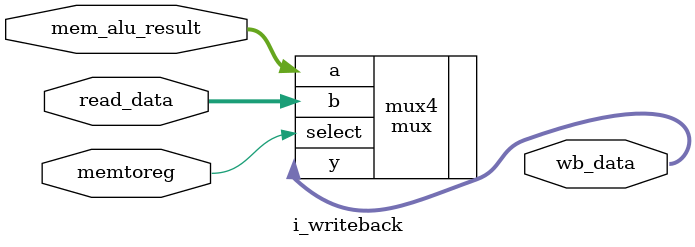
<source format=v>
module i_writeback (
        input  wire        memtoreg,
        input  wire [31:0] read_data,
                           mem_alu_result,

        output wire [31:0] wb_data
    );

    mux mux4(.a(mem_alu_result),
             .b(read_data),
             .select(memtoreg),
             .y(wb_data));

endmodule

</source>
